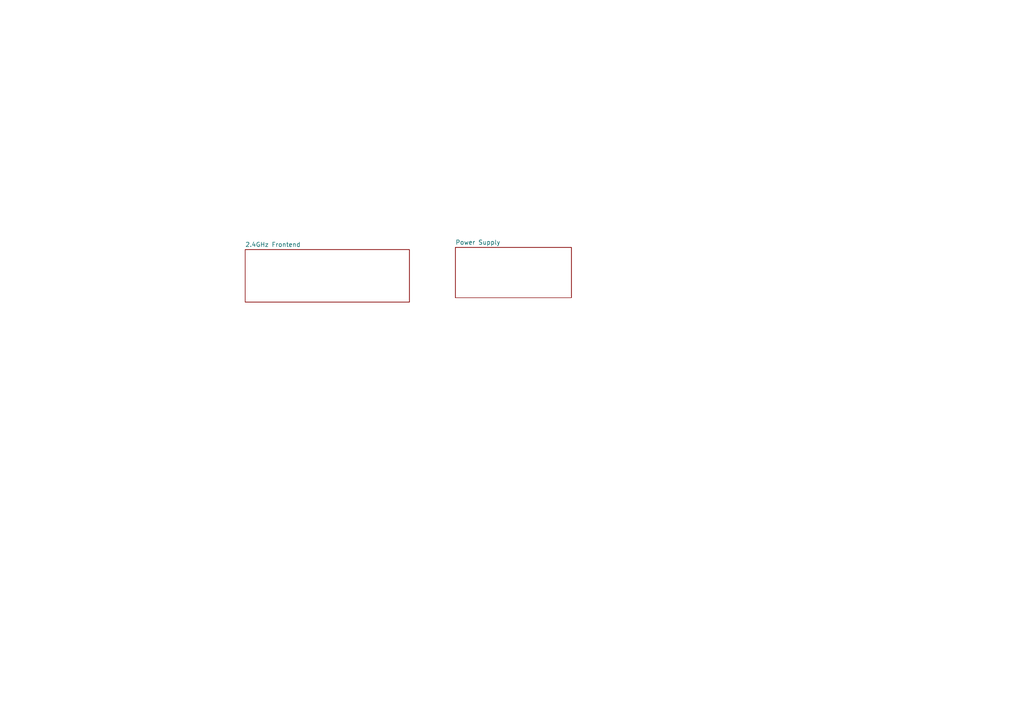
<source format=kicad_sch>
(kicad_sch
	(version 20250114)
	(generator "eeschema")
	(generator_version "9.0")
	(uuid "05f34a75-3084-4289-9196-d8e864502ec7")
	(paper "A4")
	(title_block
		(title "${BOARD}")
		(date "2025-06-26")
		(rev "${VERSION}")
		(company "${COMPANY}")
	)
	(lib_symbols)
	(sheet
		(at 71.12 72.39)
		(size 47.625 15.24)
		(exclude_from_sim no)
		(in_bom yes)
		(on_board yes)
		(dnp no)
		(fields_autoplaced yes)
		(stroke
			(width 0.1524)
			(type solid)
		)
		(fill
			(color 0 0 0 0.0000)
		)
		(uuid "0d3ec831-3c07-44ca-8851-afb9667385b3")
		(property "Sheetname" "2.4GHz Frontend"
			(at 71.12 71.6784 0)
			(effects
				(font
					(size 1.27 1.27)
				)
				(justify left bottom)
			)
		)
		(property "Sheetfile" "rf_frontend.kicad_sch"
			(at 71.12 88.2146 0)
			(effects
				(font
					(size 1.27 1.27)
				)
				(justify left top)
				(hide yes)
			)
		)
		(instances
			(project "FESH_2.4GHz"
				(path "/f391ab3e-079d-4a20-ab1d-38a7d6e19853/2ce1b5e7-8dc5-4740-8bc7-f57a590c2c26"
					(page "2")
				)
			)
		)
	)
	(sheet
		(at 132.08 71.755)
		(size 33.655 14.605)
		(exclude_from_sim no)
		(in_bom yes)
		(on_board yes)
		(dnp no)
		(fields_autoplaced yes)
		(stroke
			(width 0.1524)
			(type solid)
		)
		(fill
			(color 0 0 0 0.0000)
		)
		(uuid "40b350b2-9555-4232-988a-9f578068569f")
		(property "Sheetname" "Power Supply"
			(at 132.08 71.0434 0)
			(effects
				(font
					(size 1.27 1.27)
				)
				(justify left bottom)
			)
		)
		(property "Sheetfile" "power.kicad_sch"
			(at 132.08 86.9446 0)
			(effects
				(font
					(size 1.27 1.27)
				)
				(justify left top)
				(hide yes)
			)
		)
		(instances
			(project "FESH_2.4GHz"
				(path "/f391ab3e-079d-4a20-ab1d-38a7d6e19853/2ce1b5e7-8dc5-4740-8bc7-f57a590c2c26"
					(page "3")
				)
			)
		)
	)
)

</source>
